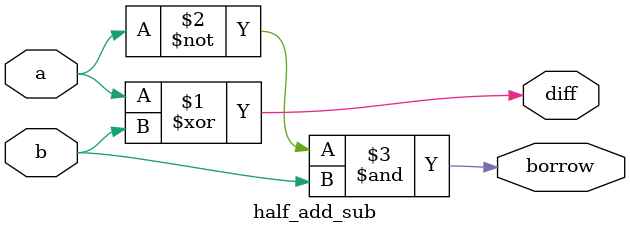
<source format=v>
module half_add_sub (
    input  wire a, b,         
    output wire diff, borrow  
);
    assign diff   = a ^ b;     
    assign borrow = ~a & b;    

endmodule

</source>
